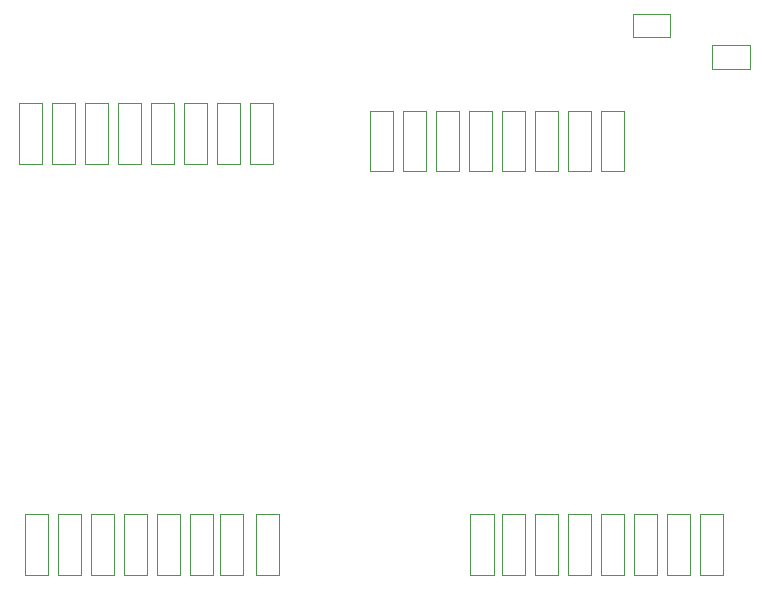
<source format=gbr>
G04 #@! TF.FileFunction,Other,User*
%FSLAX46Y46*%
G04 Gerber Fmt 4.6, Leading zero omitted, Abs format (unit mm)*
G04 Created by KiCad (PCBNEW 201611211049+7371~55~ubuntu16.10.1-product) date Tue Dec 27 15:06:12 2016*
%MOMM*%
%LPD*%
G01*
G04 APERTURE LIST*
%ADD10C,0.100000*%
%ADD11C,0.050000*%
G04 APERTURE END LIST*
D10*
D11*
X141208000Y-67574000D02*
X141208000Y-62474000D01*
X141208000Y-62474000D02*
X139208000Y-62474000D01*
X139208000Y-62474000D02*
X139208000Y-67574000D01*
X139208000Y-67574000D02*
X141208000Y-67574000D01*
X144002000Y-67574000D02*
X144002000Y-62474000D01*
X144002000Y-62474000D02*
X142002000Y-62474000D01*
X142002000Y-62474000D02*
X142002000Y-67574000D01*
X142002000Y-67574000D02*
X144002000Y-67574000D01*
X146796000Y-67574000D02*
X146796000Y-62474000D01*
X146796000Y-62474000D02*
X144796000Y-62474000D01*
X144796000Y-62474000D02*
X144796000Y-67574000D01*
X144796000Y-67574000D02*
X146796000Y-67574000D01*
X147590000Y-67574000D02*
X149590000Y-67574000D01*
X147590000Y-62474000D02*
X147590000Y-67574000D01*
X149590000Y-62474000D02*
X147590000Y-62474000D01*
X149590000Y-67574000D02*
X149590000Y-62474000D01*
X152384000Y-67574000D02*
X152384000Y-62474000D01*
X152384000Y-62474000D02*
X150384000Y-62474000D01*
X150384000Y-62474000D02*
X150384000Y-67574000D01*
X150384000Y-67574000D02*
X152384000Y-67574000D01*
X155178000Y-67574000D02*
X155178000Y-62474000D01*
X155178000Y-62474000D02*
X153178000Y-62474000D01*
X153178000Y-62474000D02*
X153178000Y-67574000D01*
X153178000Y-67574000D02*
X155178000Y-67574000D01*
X155972000Y-67574000D02*
X157972000Y-67574000D01*
X155972000Y-62474000D02*
X155972000Y-67574000D01*
X157972000Y-62474000D02*
X155972000Y-62474000D01*
X157972000Y-67574000D02*
X157972000Y-62474000D01*
X160766000Y-67574000D02*
X160766000Y-62474000D01*
X160766000Y-62474000D02*
X158766000Y-62474000D01*
X158766000Y-62474000D02*
X158766000Y-67574000D01*
X158766000Y-67574000D02*
X160766000Y-67574000D01*
X190484000Y-68209000D02*
X190484000Y-63109000D01*
X190484000Y-63109000D02*
X188484000Y-63109000D01*
X188484000Y-63109000D02*
X188484000Y-68209000D01*
X188484000Y-68209000D02*
X190484000Y-68209000D01*
X187690000Y-68209000D02*
X187690000Y-63109000D01*
X187690000Y-63109000D02*
X185690000Y-63109000D01*
X185690000Y-63109000D02*
X185690000Y-68209000D01*
X185690000Y-68209000D02*
X187690000Y-68209000D01*
X184896000Y-68209000D02*
X184896000Y-63109000D01*
X184896000Y-63109000D02*
X182896000Y-63109000D01*
X182896000Y-63109000D02*
X182896000Y-68209000D01*
X182896000Y-68209000D02*
X184896000Y-68209000D01*
X182102000Y-68209000D02*
X182102000Y-63109000D01*
X182102000Y-63109000D02*
X180102000Y-63109000D01*
X180102000Y-63109000D02*
X180102000Y-68209000D01*
X180102000Y-68209000D02*
X182102000Y-68209000D01*
X179308000Y-68209000D02*
X179308000Y-63109000D01*
X179308000Y-63109000D02*
X177308000Y-63109000D01*
X177308000Y-63109000D02*
X177308000Y-68209000D01*
X177308000Y-68209000D02*
X179308000Y-68209000D01*
X176514000Y-68209000D02*
X176514000Y-63109000D01*
X176514000Y-63109000D02*
X174514000Y-63109000D01*
X174514000Y-63109000D02*
X174514000Y-68209000D01*
X174514000Y-68209000D02*
X176514000Y-68209000D01*
X173720000Y-68209000D02*
X173720000Y-63109000D01*
X173720000Y-63109000D02*
X171720000Y-63109000D01*
X171720000Y-63109000D02*
X171720000Y-68209000D01*
X171720000Y-68209000D02*
X173720000Y-68209000D01*
X170926000Y-68209000D02*
X170926000Y-63109000D01*
X170926000Y-63109000D02*
X168926000Y-63109000D01*
X168926000Y-63109000D02*
X168926000Y-68209000D01*
X168926000Y-68209000D02*
X170926000Y-68209000D01*
X139716000Y-97272000D02*
X139716000Y-102372000D01*
X139716000Y-102372000D02*
X141716000Y-102372000D01*
X141716000Y-102372000D02*
X141716000Y-97272000D01*
X141716000Y-97272000D02*
X139716000Y-97272000D01*
X142510000Y-97272000D02*
X142510000Y-102372000D01*
X142510000Y-102372000D02*
X144510000Y-102372000D01*
X144510000Y-102372000D02*
X144510000Y-97272000D01*
X144510000Y-97272000D02*
X142510000Y-97272000D01*
X145304000Y-97272000D02*
X145304000Y-102372000D01*
X145304000Y-102372000D02*
X147304000Y-102372000D01*
X147304000Y-102372000D02*
X147304000Y-97272000D01*
X147304000Y-97272000D02*
X145304000Y-97272000D01*
X148098000Y-97272000D02*
X148098000Y-102372000D01*
X148098000Y-102372000D02*
X150098000Y-102372000D01*
X150098000Y-102372000D02*
X150098000Y-97272000D01*
X150098000Y-97272000D02*
X148098000Y-97272000D01*
X150892000Y-97272000D02*
X150892000Y-102372000D01*
X150892000Y-102372000D02*
X152892000Y-102372000D01*
X152892000Y-102372000D02*
X152892000Y-97272000D01*
X152892000Y-97272000D02*
X150892000Y-97272000D01*
X153686000Y-97272000D02*
X153686000Y-102372000D01*
X153686000Y-102372000D02*
X155686000Y-102372000D01*
X155686000Y-102372000D02*
X155686000Y-97272000D01*
X155686000Y-97272000D02*
X153686000Y-97272000D01*
X156226000Y-97272000D02*
X156226000Y-102372000D01*
X156226000Y-102372000D02*
X158226000Y-102372000D01*
X158226000Y-102372000D02*
X158226000Y-97272000D01*
X158226000Y-97272000D02*
X156226000Y-97272000D01*
X159274000Y-97272000D02*
X159274000Y-102372000D01*
X159274000Y-102372000D02*
X161274000Y-102372000D01*
X161274000Y-102372000D02*
X161274000Y-97272000D01*
X161274000Y-97272000D02*
X159274000Y-97272000D01*
X177435000Y-97272000D02*
X177435000Y-102372000D01*
X177435000Y-102372000D02*
X179435000Y-102372000D01*
X179435000Y-102372000D02*
X179435000Y-97272000D01*
X179435000Y-97272000D02*
X177435000Y-97272000D01*
X180102000Y-97272000D02*
X180102000Y-102372000D01*
X180102000Y-102372000D02*
X182102000Y-102372000D01*
X182102000Y-102372000D02*
X182102000Y-97272000D01*
X182102000Y-97272000D02*
X180102000Y-97272000D01*
X182896000Y-97272000D02*
X182896000Y-102372000D01*
X182896000Y-102372000D02*
X184896000Y-102372000D01*
X184896000Y-102372000D02*
X184896000Y-97272000D01*
X184896000Y-97272000D02*
X182896000Y-97272000D01*
X185690000Y-97272000D02*
X185690000Y-102372000D01*
X185690000Y-102372000D02*
X187690000Y-102372000D01*
X187690000Y-102372000D02*
X187690000Y-97272000D01*
X187690000Y-97272000D02*
X185690000Y-97272000D01*
X188484000Y-97272000D02*
X188484000Y-102372000D01*
X188484000Y-102372000D02*
X190484000Y-102372000D01*
X190484000Y-102372000D02*
X190484000Y-97272000D01*
X190484000Y-97272000D02*
X188484000Y-97272000D01*
X191278000Y-97272000D02*
X191278000Y-102372000D01*
X191278000Y-102372000D02*
X193278000Y-102372000D01*
X193278000Y-102372000D02*
X193278000Y-97272000D01*
X193278000Y-97272000D02*
X191278000Y-97272000D01*
X194072000Y-97272000D02*
X194072000Y-102372000D01*
X194072000Y-102372000D02*
X196072000Y-102372000D01*
X196072000Y-102372000D02*
X196072000Y-97272000D01*
X196072000Y-97272000D02*
X194072000Y-97272000D01*
X196866000Y-97272000D02*
X196866000Y-102372000D01*
X196866000Y-102372000D02*
X198866000Y-102372000D01*
X198866000Y-102372000D02*
X198866000Y-97272000D01*
X198866000Y-97272000D02*
X196866000Y-97272000D01*
X191186000Y-54880000D02*
X191186000Y-56880000D01*
X194386000Y-54880000D02*
X194386000Y-56880000D01*
X194386000Y-56880000D02*
X191186000Y-56880000D01*
X194386000Y-54880000D02*
X191186000Y-54880000D01*
X197917000Y-57547000D02*
X197917000Y-59547000D01*
X201117000Y-57547000D02*
X201117000Y-59547000D01*
X201117000Y-59547000D02*
X197917000Y-59547000D01*
X201117000Y-57547000D02*
X197917000Y-57547000D01*
M02*

</source>
